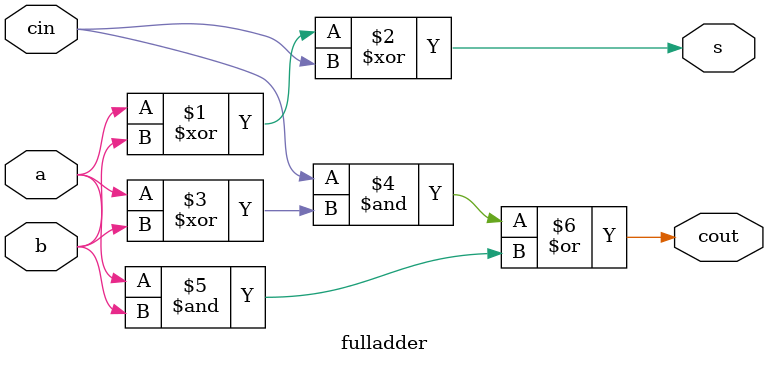
<source format=v>
`timescale 1ns / 1ps
module fulladder(
    input a,b,cin,
    output s,cout
    );
assign s=(a^b)^cin;
assign cout=(cin&(a^b))|(a&b);
endmodule

</source>
